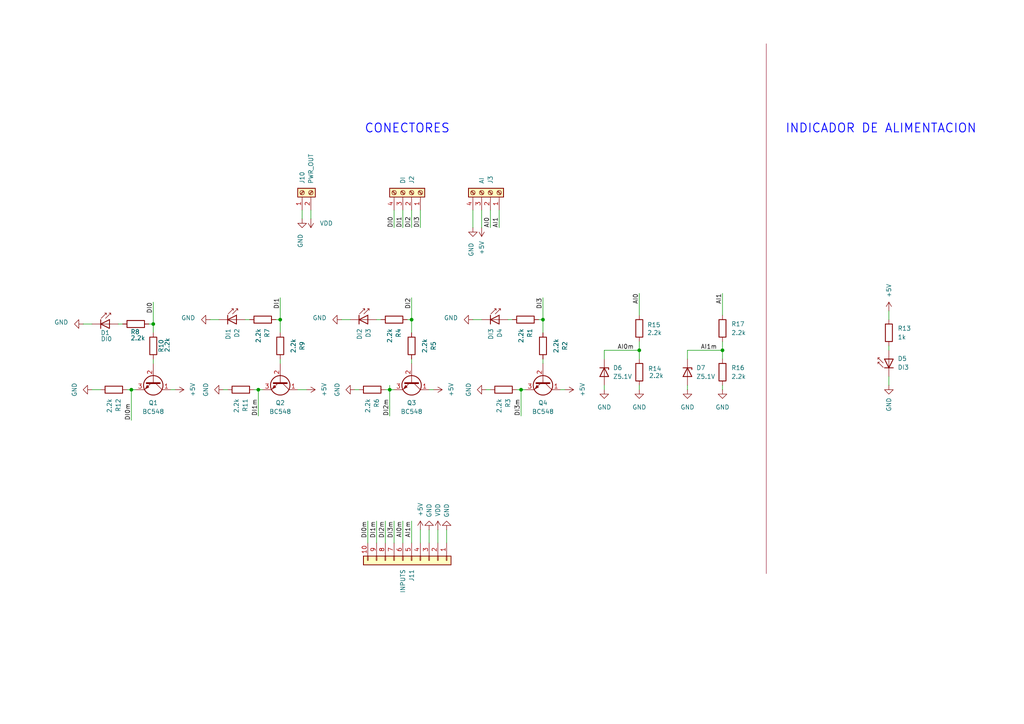
<source format=kicad_sch>
(kicad_sch (version 20250114) (generator "eeschema") (generator_version "9.0")
  (paper "A4")
  (lib_symbols
    (symbol "Connector:Screw_Terminal_01x02" (pin_names (offset 1.016) (hide yes))
      (property "Reference" "J" (at 0 2.54 0))
      (property "Value" "Screw_Terminal_01x02" (at 0 -5.08 0))
      (symbol "Screw_Terminal_01x02_1_1"
        (rectangle (start -1.27 1.27) (end 1.27 -3.81) (stroke (width 0.254)) (fill (type background)))
        (polyline (pts (xy -0.5334 0.3302) (xy 0.3302 -0.508)) (stroke (width 0.1524)))
        (polyline (pts (xy -0.5334 -2.2098) (xy 0.3302 -3.048)) (stroke (width 0.1524)))
        (polyline (pts (xy -0.3556 0.508) (xy 0.508 -0.3302)) (stroke (width 0.1524)))
        (polyline (pts (xy -0.3556 -2.032) (xy 0.508 -2.8702)) (stroke (width 0.1524)))
        (circle (center 0 0) (radius 0.635) (stroke (width 0.1524)))
        (circle (center 0 -2.54) (radius 0.635) (stroke (width 0.1524)))
        (pin passive line (at -5.08 0 0) (length 3.81) (name "Pin_1") (number "1"))
        (pin passive line (at -5.08 -2.54 0) (length 3.81) (name "Pin_2") (number "2"))
      )
    )
    (symbol "Connector:Screw_Terminal_01x04" (pin_names (offset 1.016) (hide yes))
      (property "Reference" "J" (at 0 5.08 0))
      (property "Value" "Screw_Terminal_01x04" (at 0 -7.62 0))
      (symbol "Screw_Terminal_01x04_1_1"
        (rectangle (start -1.27 3.81) (end 1.27 -6.35) (stroke (width 0.254)) (fill (type background)))
        (polyline (pts (xy -0.5334 2.8702) (xy 0.3302 2.032)) (stroke (width 0.1524)))
        (polyline (pts (xy -0.5334 0.3302) (xy 0.3302 -0.508)) (stroke (width 0.1524)))
        (polyline (pts (xy -0.5334 -2.2098) (xy 0.3302 -3.048)) (stroke (width 0.1524)))
        (polyline (pts (xy -0.5334 -4.7498) (xy 0.3302 -5.588)) (stroke (width 0.1524)))
        (polyline (pts (xy -0.3556 3.048) (xy 0.508 2.2098)) (stroke (width 0.1524)))
        (polyline (pts (xy -0.3556 0.508) (xy 0.508 -0.3302)) (stroke (width 0.1524)))
        (polyline (pts (xy -0.3556 -2.032) (xy 0.508 -2.8702)) (stroke (width 0.1524)))
        (polyline (pts (xy -0.3556 -4.572) (xy 0.508 -5.4102)) (stroke (width 0.1524)))
        (circle (center 0 2.54) (radius 0.635) (stroke (width 0.1524)))
        (circle (center 0 0) (radius 0.635) (stroke (width 0.1524)))
        (circle (center 0 -2.54) (radius 0.635) (stroke (width 0.1524)))
        (circle (center 0 -5.08) (radius 0.635) (stroke (width 0.1524)))
        (pin passive line (at -5.08 2.54 0) (length 3.81) (name "Pin_1") (number "1"))
        (pin passive line (at -5.08 0 0) (length 3.81) (name "Pin_2") (number "2"))
        (pin passive line (at -5.08 -2.54 0) (length 3.81) (name "Pin_3") (number "3"))
        (pin passive line (at -5.08 -5.08 0) (length 3.81) (name "Pin_4") (number "4"))
      )
    )
    (symbol "Connector_Generic:Conn_01x10" (pin_names (offset 1.016) (hide yes))
      (property "Reference" "J" (at 0 12.7 0))
      (property "Value" "Conn_01x10" (at 0 -15.24 0))
      (symbol "Conn_01x10_1_1"
        (rectangle (start -1.27 11.43) (end 1.27 -13.97) (stroke (width 0.254)) (fill (type background)))
        (rectangle (start -1.27 10.287) (end 0 10.033) (stroke (width 0.1524)))
        (rectangle (start -1.27 7.747) (end 0 7.493) (stroke (width 0.1524)))
        (rectangle (start -1.27 5.207) (end 0 4.953) (stroke (width 0.1524)))
        (rectangle (start -1.27 2.667) (end 0 2.413) (stroke (width 0.1524)))
        (rectangle (start -1.27 0.127) (end 0 -0.127) (stroke (width 0.1524)))
        (rectangle (start -1.27 -2.413) (end 0 -2.667) (stroke (width 0.1524)))
        (rectangle (start -1.27 -4.953) (end 0 -5.207) (stroke (width 0.1524)))
        (rectangle (start -1.27 -7.493) (end 0 -7.747) (stroke (width 0.1524)))
        (rectangle (start -1.27 -10.033) (end 0 -10.287) (stroke (width 0.1524)))
        (rectangle (start -1.27 -12.573) (end 0 -12.827) (stroke (width 0.1524)))
        (pin passive line (at -5.08 10.16 0) (length 3.81) (name "Pin_1") (number "1"))
        (pin passive line (at -5.08 7.62 0) (length 3.81) (name "Pin_2") (number "2"))
        (pin passive line (at -5.08 5.08 0) (length 3.81) (name "Pin_3") (number "3"))
        (pin passive line (at -5.08 2.54 0) (length 3.81) (name "Pin_4") (number "4"))
        (pin passive line (at -5.08 0 0) (length 3.81) (name "Pin_5") (number "5"))
        (pin passive line (at -5.08 -2.54 0) (length 3.81) (name "Pin_6") (number "6"))
        (pin passive line (at -5.08 -5.08 0) (length 3.81) (name "Pin_7") (number "7"))
        (pin passive line (at -5.08 -7.62 0) (length 3.81) (name "Pin_8") (number "8"))
        (pin passive line (at -5.08 -10.16 0) (length 3.81) (name "Pin_9") (number "9"))
        (pin passive line (at -5.08 -12.7 0) (length 3.81) (name "Pin_10") (number "10"))
      )
    )
    (symbol "Device:D_Zener" (pin_numbers (hide yes)) (pin_names (offset 1.016) (hide yes))
      (property "Reference" "D" (at 0 2.54 0))
      (property "Value" "D_Zener" (at 0 -2.54 0))
      (symbol "D_Zener_0_1"
        (polyline (pts (xy -1.27 -1.27) (xy -1.27 1.27) (xy -0.762 1.27)) (stroke (width 0.254)))
        (polyline (pts (xy 1.27 0) (xy -1.27 0)))
        (polyline (pts (xy 1.27 -1.27) (xy 1.27 1.27) (xy -1.27 0) (xy 1.27 -1.27)) (stroke (width 0.254)))
      )
      (symbol "D_Zener_1_1"
        (pin passive line (at -3.81 0 0) (length 2.54) (name "K") (number "1"))
        (pin passive line (at 3.81 0 180) (length 2.54) (name "A") (number "2"))
      )
    )
    (symbol "Device:R" (pin_numbers (hide yes)) (pin_names (offset 0))
      (property "Reference" "R" (at 2.032 0 90))
      (property "Value" "R" (at 0 0 90))
      (symbol "R_0_1"
        (rectangle (start -1.016 -2.54) (end 1.016 2.54) (stroke (width 0.254)))
      )
      (symbol "R_1_1"
        (pin passive line (at 0 3.81 270) (length 1.27) (name "~") (number "1"))
        (pin passive line (at 0 -3.81 90) (length 1.27) (name "~") (number "2"))
      )
    )
    (symbol "LED:IR204A" (pin_numbers (hide yes)) (pin_names (offset 1.016) (hide yes))
      (property "Reference" "D" (at 0.508 1.778 0))
      (property "Value" "IR204A" (at -1.016 -2.794 0))
      (symbol "IR204A_0_1"
        (polyline (pts (xy -2.54 1.27) (xy -2.54 -1.27)) (stroke (width 0.254)))
        (polyline (pts (xy -2.413 1.651) (xy -0.889 3.175) (xy -0.889 2.667) (xy -0.889 3.175) (xy -1.397 3.175)))
        (polyline (pts (xy -1.143 1.651) (xy 0.381 3.175) (xy 0.381 2.667)))
        (polyline (pts (xy 0 1.27) (xy -2.54 0) (xy 0 -1.27) (xy 0 1.27)) (stroke (width 0.254)))
        (polyline (pts (xy 0 0) (xy -2.54 0)))
        (polyline (pts (xy 0.381 3.175) (xy -0.127 3.175)))
      )
      (symbol "IR204A_1_1"
        (pin passive line (at -5.08 0 0) (length 2.54) (name "K") (number "1"))
        (pin passive line (at 2.54 0 180) (length 2.54) (name "A") (number "2"))
      )
    )
    (symbol "Transistor_BJT:BC548" (pin_names (offset 0) (hide yes))
      (property "Reference" "Q" (at 5.08 1.905 0))
      (property "Value" "BC548" (at 5.08 0 0))
      (symbol "BC548_0_1"
        (polyline (pts (xy 0 0) (xy 0.635 0)))
        (polyline (pts (xy 0.635 1.905) (xy 0.635 -1.905) (xy 0.635 -1.905)) (stroke (width 0.508)))
        (polyline (pts (xy 0.635 0.635) (xy 2.54 2.54)))
        (polyline (pts (xy 0.635 -0.635) (xy 2.54 -2.54) (xy 2.54 -2.54)))
        (circle (center 1.27 0) (radius 2.8194) (stroke (width 0.254)))
        (polyline (pts (xy 1.27 -1.778) (xy 1.778 -1.27) (xy 2.286 -2.286) (xy 1.27 -1.778) (xy 1.27 -1.778)) (fill (type outline)))
      )
      (symbol "BC548_1_1"
        (pin input line (at -5.08 0 0) (length 5.08) (name "B") (number "2"))
        (pin passive line (at 2.54 5.08 270) (length 2.54) (name "C") (number "1"))
        (pin passive line (at 2.54 -5.08 90) (length 2.54) (name "E") (number "3"))
      )
    )
    (symbol "power:+5V" (power) (pin_numbers (hide yes)) (pin_names (offset 0) (hide yes))
      (property "Value" "+5V" (at 0 3.556 0))
      (symbol "+5V_0_1"
        (polyline (pts (xy -0.762 1.27) (xy 0 2.54)))
        (polyline (pts (xy 0 2.54) (xy 0.762 1.27)))
        (polyline (pts (xy 0 0) (xy 0 2.54)))
      )
      (symbol "+5V_1_1"
        (pin power_in line (at 0 0 90) (length 0) (name "~") (number "1"))
      )
    )
    (symbol "power:GND" (power) (pin_numbers (hide yes)) (pin_names (offset 0) (hide yes))
      (property "Value" "GND" (at 0 -3.81 0))
      (symbol "GND_0_1"
        (polyline (pts (xy 0 0) (xy 0 -1.27) (xy 1.27 -1.27) (xy 0 -2.54) (xy -1.27 -1.27) (xy 0 -1.27)))
      )
      (symbol "GND_1_1"
        (pin power_in line (at 0 0 270) (length 0) (name "~") (number "1"))
      )
    )
    (symbol "power:VDD" (power) (pin_numbers (hide yes)) (pin_names (offset 0) (hide yes))
      (property "Value" "VDD" (at 0 3.556 0))
      (symbol "VDD_0_1"
        (polyline (pts (xy -0.762 1.27) (xy 0 2.54)))
        (polyline (pts (xy 0 2.54) (xy 0.762 1.27)))
        (polyline (pts (xy 0 0) (xy 0 2.54)))
      )
      (symbol "VDD_1_1"
        (pin power_in line (at 0 0 90) (length 0) (name "~") (number "1"))
      )
    )
  )
  (text "INDICADOR DE ALIMENTACION" (at 255.524 37.338 0) (effects (font (size 2.54 2.54) (thickness 0.254) (bold yes))))
  (text "CONECTORES" (at 118.11 37.338 0) (effects (font (size 2.54 2.54) (thickness 0.254) (bold yes))))
  (junction (at 157.48 92.71))
  (junction (at 119.38 92.71))
  (junction (at 74.93 113.03))
  (junction (at 113.03 113.03))
  (junction (at 151.13 113.03))
  (junction (at 81.28 92.71))
  (junction (at 185.42 101.6))
  (junction (at 38.1 113.03))
  (junction (at 44.45 93.98))
  (junction (at 209.55 101.6))
  (wire (pts (xy 119.38 92.71) (xy 118.11 92.71)))
  (wire (pts (xy 137.16 66.04) (xy 137.16 60.96)))
  (wire (pts (xy 199.39 113.03) (xy 199.39 111.76)))
  (wire (pts (xy 209.55 101.6) (xy 209.55 104.14)))
  (wire (pts (xy 113.03 111.76) (xy 113.03 113.03)))
  (wire (pts (xy 157.48 96.52) (xy 157.48 92.71)))
  (wire (pts (xy 157.48 92.71) (xy 156.21 92.71)))
  (wire (pts (xy 74.93 113.03) (xy 74.93 120.65)))
  (wire (pts (xy 76.2 113.03) (xy 74.93 113.03)))
  (wire (pts (xy 81.28 96.52) (xy 81.28 92.71)))
  (wire (pts (xy 81.28 92.71) (xy 80.01 92.71)))
  (wire (pts (xy 142.24 60.96) (xy 142.24 66.04)))
  (wire (pts (xy 185.42 104.14) (xy 185.42 101.6)))
  (wire (pts (xy 125.73 113.03) (xy 124.46 113.03)))
  (wire (pts (xy 119.38 104.14) (xy 119.38 105.41)))
  (wire (pts (xy 109.22 157.48) (xy 109.22 151.13)))
  (wire (pts (xy 119.38 96.52) (xy 119.38 92.71)))
  (wire (pts (xy 81.28 86.36) (xy 81.28 92.71)))
  (wire (pts (xy 114.3 113.03) (xy 113.03 113.03)))
  (wire (pts (xy 199.39 101.6) (xy 209.55 101.6)))
  (wire (pts (xy 124.46 157.48) (xy 124.46 153.67)))
  (wire (pts (xy 24.13 93.98) (xy 26.67 93.98)))
  (wire (pts (xy 36.83 113.03) (xy 38.1 113.03)))
  (wire (pts (xy 121.92 60.96) (xy 121.92 66.04)))
  (wire (pts (xy 113.03 113.03) (xy 113.03 120.65)))
  (wire (pts (xy 38.1 113.03) (xy 39.37 113.03)))
  (wire (pts (xy 29.21 113.03) (xy 26.67 113.03)))
  (wire (pts (xy 209.55 99.06) (xy 209.55 101.6)))
  (wire (pts (xy 44.45 105.41) (xy 44.45 104.14)))
  (wire (pts (xy 106.68 157.48) (xy 106.68 151.13)))
  (wire (pts (xy 44.45 93.98) (xy 44.45 96.52)))
  (wire (pts (xy 99.06 92.71) (xy 101.6 92.71)))
  (wire (pts (xy 139.7 66.04) (xy 139.7 60.96)))
  (wire (pts (xy 175.26 101.6) (xy 185.42 101.6)))
  (wire (pts (xy 114.3 157.48) (xy 114.3 151.13)))
  (wire (pts (xy 185.42 85.09) (xy 185.42 91.44)))
  (wire (pts (xy 127 157.48) (xy 127 153.67)))
  (wire (pts (xy 175.26 104.14) (xy 175.26 101.6)))
  (wire (pts (xy 162.56 113.03) (xy 163.83 113.03)))
  (wire (pts (xy 44.45 87.63) (xy 44.45 93.98)))
  (wire (pts (xy 74.93 113.03) (xy 73.66 113.03)))
  (wire (pts (xy 142.24 113.03) (xy 140.97 113.03)))
  (wire (pts (xy 199.39 104.14) (xy 199.39 101.6)))
  (wire (pts (xy 35.56 93.98) (xy 34.29 93.98)))
  (wire (pts (xy 90.17 60.96) (xy 90.17 63.5)))
  (wire (pts (xy 257.81 100.33) (xy 257.81 101.6)))
  (wire (pts (xy 185.42 99.06) (xy 185.42 101.6)))
  (wire (pts (xy 121.92 157.48) (xy 121.92 153.67)))
  (wire (pts (xy 60.96 92.71) (xy 63.5 92.71)))
  (wire (pts (xy 111.76 157.48) (xy 111.76 151.13)))
  (wire (pts (xy 81.28 105.41) (xy 81.28 104.14)))
  (wire (pts (xy 104.14 113.03) (xy 102.87 113.03)))
  (wire (pts (xy 72.39 92.71) (xy 71.12 92.71)))
  (wire (pts (xy 50.8 113.03) (xy 49.53 113.03)))
  (wire (pts (xy 157.48 104.14) (xy 157.48 105.41)))
  (wire (pts (xy 116.84 60.96) (xy 116.84 66.04)))
  (wire (pts (xy 44.45 93.98) (xy 43.18 93.98)))
  (wire (pts (xy 137.16 92.71) (xy 139.7 92.71)))
  (wire (pts (xy 151.13 113.03) (xy 151.13 120.65)))
  (wire (pts (xy 114.3 60.96) (xy 114.3 66.04)))
  (wire (pts (xy 38.1 113.03) (xy 38.1 121.92)))
  (wire (pts (xy 119.38 157.48) (xy 119.38 151.13)))
  (wire (pts (xy 257.81 111.76) (xy 257.81 109.22)))
  (wire (pts (xy 119.38 86.36) (xy 119.38 92.71)))
  (wire (pts (xy 209.55 85.09) (xy 209.55 91.44)))
  (wire (pts (xy 116.84 157.48) (xy 116.84 151.13)))
  (wire (pts (xy 149.86 113.03) (xy 151.13 113.03)))
  (wire (pts (xy 113.03 113.03) (xy 111.76 113.03)))
  (wire (pts (xy 66.04 113.03) (xy 64.77 113.03)))
  (wire (pts (xy 110.49 92.71) (xy 109.22 92.71)))
  (wire (pts (xy 152.4 113.03) (xy 151.13 113.03)))
  (wire (pts (xy 129.54 157.48) (xy 129.54 153.67)))
  (wire (pts (xy 257.81 90.17) (xy 257.81 92.71)))
  (wire (pts (xy 209.55 113.03) (xy 209.55 111.76)))
  (wire (pts (xy 119.38 60.96) (xy 119.38 66.04)))
  (wire (pts (xy 185.42 113.03) (xy 185.42 111.76)))
  (wire (pts (xy 87.63 60.96) (xy 87.63 63.5)))
  (wire (pts (xy 86.36 113.03) (xy 88.9 113.03)))
  (wire (pts (xy 148.59 92.71) (xy 147.32 92.71)))
  (polyline (pts (xy 222.25 12.7) (xy 222.25 166.37)) (stroke (width 0) (color 163 50 72 1)))
  (wire (pts (xy 175.26 113.03) (xy 175.26 111.76)))
  (wire (pts (xy 144.78 60.96) (xy 144.78 66.04)))
  (wire (pts (xy 157.48 86.36) (xy 157.48 92.71)))
  (label "AI0" (at 185.42 85.09 270))
  (label "AI0" (at 142.24 66.04 90))
  (label "DI2m" (at 111.76 151.13 270))
  (label "AI1" (at 144.78 66.04 90))
  (label "AI1m" (at 203.2 101.6 0))
  (label "DI3" (at 157.48 86.36 270))
  (label "AI0m" (at 179.07 101.6 0))
  (label "DI3" (at 121.92 66.04 90))
  (label "DI1" (at 116.84 66.04 90))
  (label "DI3m" (at 114.3 151.13 270))
  (label "DI0" (at 44.45 87.63 270))
  (label "DI2" (at 119.38 66.04 90))
  (label "DI2m" (at 113.03 120.65 90))
  (label "DI1" (at 81.28 86.36 270))
  (label "AI1m" (at 119.38 151.13 270))
  (label "DI0" (at 114.3 66.04 90))
  (label "DI2" (at 119.38 86.36 270))
  (label "DI0m" (at 106.68 151.13 270))
  (label "AI0m" (at 116.84 151.13 270))
  (label "DI3m" (at 151.13 120.65 90))
  (label "DI1m" (at 109.22 151.13 270))
  (label "DI0m" (at 38.1 121.92 90))
  (label "DI1m" (at 74.93 120.65 90))
  (label "AI1" (at 209.55 85.09 270))
  (symbol (lib_id "Device:R") (at 209.55 95.25 0) (unit 1)
    (property "Reference" "R17" (at 212.09 93.9799 0) (effects (justify left)))
    (property "Value" "2.2k" (at 212.09 96.5199 0) (effects (justify left)))
    (property "Footprint" "Resistor_THT:R_Axial_DIN0207_L6.3mm_D2.5mm_P7.62mm_Horizontal" (effects (hide yes)))
    (property "Description" "Resistor" (effects (hide yes)))
  )
  (symbol (lib_id "power:GND") (at 99.06 92.71 270) (unit 1)
    (property "Reference" "#PWR014" (effects (hide yes)))
    (property "Value" "GND" (at 94.742 92.202 90) (effects (justify right)))
    (property "Description" "Power symbol creates a global label with name \"GND\" , ground" (effects (hide yes)))
  )
  (symbol (lib_id "Transistor_BJT:BC548") (at 157.48 110.49 270) (unit 1)
    (property "Reference" "Q4" (at 157.48 116.84 90))
    (property "Value" "BC548" (at 157.48 119.38 90))
    (property "Footprint" "Package_TO_SOT_THT:TO-92L_Inline_Wide" (effects (hide yes)))
    (property "Datasheet" "https://www.onsemi.com/pub/Collateral/BC550-D.pdf" (effects (hide yes)))
    (property "Description" "0.1A Ic, 30V Vce, Small Signal NPN Transistor, TO-92" (effects (hide yes)))
  )
  (symbol (lib_id "Device:R") (at 209.55 107.95 0) (unit 1)
    (property "Reference" "R16" (at 212.09 106.6799 0) (effects (justify left)))
    (property "Value" "2.2k" (at 212.09 109.2199 0) (effects (justify left)))
    (property "Footprint" "Resistor_THT:R_Axial_DIN0207_L6.3mm_D2.5mm_P7.62mm_Horizontal" (effects (hide yes)))
    (property "Description" "Resistor" (effects (hide yes)))
  )
  (symbol (lib_id "LED:IR204A") (at 106.68 92.71 0) (unit 1)
    (property "Reference" "D3" (at 106.8071 95.25 90) (effects (justify right)))
    (property "Value" "DI2" (at 104.2671 95.25 90) (effects (justify right)))
    (property "Footprint" "LED_THT:LED_D3.0mm_IRBlack" (effects (hide yes)))
    (property "Datasheet" "http://www.everlight.com/file/ProductFile/IR204-A.pdf" (effects (hide yes)))
    (property "Description" "Infrared LED , 3mm LED package" (effects (hide yes)))
  )
  (symbol (lib_id "Device:R") (at 119.38 100.33 0) (unit 1)
    (property "Reference" "R5" (at 125.73 100.33 90))
    (property "Value" "2.2k" (at 123.19 100.33 90))
    (property "Footprint" "Resistor_THT:R_Axial_DIN0207_L6.3mm_D2.5mm_P7.62mm_Horizontal" (effects (hide yes)))
    (property "Description" "Resistor" (effects (hide yes)))
  )
  (symbol (lib_id "Device:R") (at 76.2 92.71 270) (unit 1)
    (property "Reference" "R7" (at 77.4701 95.25 0) (effects (justify left)))
    (property "Value" "2.2k" (at 74.9301 95.25 0) (effects (justify left)))
    (property "Footprint" "Resistor_THT:R_Axial_DIN0207_L6.3mm_D2.5mm_P7.62mm_Horizontal" (effects (hide yes)))
    (property "Description" "Resistor" (effects (hide yes)))
  )
  (symbol (lib_id "Device:R") (at 39.37 93.98 270) (unit 1)
    (property "Reference" "R8" (at 37.846 96.266 90) (effects (justify left)))
    (property "Value" "2.2k" (at 37.846 98.044 90) (effects (justify left)))
    (property "Footprint" "Resistor_THT:R_Axial_DIN0207_L6.3mm_D2.5mm_P7.62mm_Horizontal" (effects (hide yes)))
    (property "Description" "Resistor" (effects (hide yes)))
  )
  (symbol (lib_id "power:VDD") (at 90.17 63.5 180) (unit 1)
    (property "Reference" "#PWR022" (effects (hide yes)))
    (property "Value" "VDD" (at 92.71 64.7699 0) (effects (justify right)))
    (property "Description" "Power symbol creates a global label with name \"VDD\"" (effects (hide yes)))
  )
  (symbol (lib_id "power:GND") (at 64.77 113.03 270) (unit 1)
    (property "Reference" "#PWR06" (effects (hide yes)))
    (property "Value" "GND" (at 59.69 113.03 0))
    (property "Description" "Power symbol creates a global label with name \"GND\" , ground" (effects (hide yes)))
  )
  (symbol (lib_id "Device:D_Zener") (at 199.39 107.95 270) (unit 1)
    (property "Reference" "D7" (at 201.93 106.6799 90) (effects (justify left)))
    (property "Value" "Z5.1V" (at 201.93 109.2199 90) (effects (justify left)))
    (property "Footprint" "Diode_THT:D_DO-35_SOD27_P7.62mm_Horizontal" (effects (hide yes)))
    (property "Description" "Zener diode" (effects (hide yes)))
  )
  (symbol (lib_id "Connector:Screw_Terminal_01x02") (at 87.63 55.88 90) (unit 1)
    (property "Reference" "J10" (at 87.6299 53.34 0) (effects (justify left)))
    (property "Value" "PWR_OUT" (at 90.1699 53.34 0) (effects (justify left)))
    (property "Footprint" "Borneras:TerminalBlock_Altech_AK300-2_P5.00mm" (effects (hide yes)))
    (property "Description" "Generic screw terminal, single row, 01x02, script generated (kicad-library-utils/schlib/autogen/connector/)" (effects (hide yes)))
  )
  (symbol (lib_id "Connector:Screw_Terminal_01x04") (at 142.24 55.88 270) (mirror x) (unit 1)
    (property "Reference" "J3" (at 142.2401 53.34 0) (effects (justify left)))
    (property "Value" "AI" (at 139.7001 53.34 0) (effects (justify left)))
    (property "Footprint" "Borneras:TerminalBlock_Altech_AK300-4_P5.00mm" (effects (hide yes)))
    (property "Description" "Generic screw terminal, single row, 01x04, script generated (kicad-library-utils/schlib/autogen/connector/)" (effects (hide yes)))
  )
  (symbol (lib_id "Device:R") (at 185.42 95.25 0) (unit 1)
    (property "Reference" "R15" (at 187.706 94.234 0) (effects (justify left)))
    (property "Value" "2.2k" (at 187.706 96.52 0) (effects (justify left)))
    (property "Footprint" "Resistor_THT:R_Axial_DIN0207_L6.3mm_D2.5mm_P7.62mm_Horizontal" (effects (hide yes)))
    (property "Description" "Resistor" (effects (hide yes)))
  )
  (symbol (lib_id "Device:R") (at 81.28 100.33 0) (unit 1)
    (property "Reference" "R9" (at 87.63 100.33 90))
    (property "Value" "2.2k" (at 85.09 100.33 90))
    (property "Footprint" "Resistor_THT:R_Axial_DIN0207_L6.3mm_D2.5mm_P7.62mm_Horizontal" (effects (hide yes)))
    (property "Description" "Resistor" (effects (hide yes)))
  )
  (symbol (lib_id "power:+5V") (at 121.92 153.67 0) (mirror y) (unit 1)
    (property "Reference" "#PWR025" (effects (hide yes)))
    (property "Value" "+5V" (at 121.9201 149.86 90) (effects (justify left)))
    (property "Description" "Power symbol creates a global label with name \"+5V\"" (effects (hide yes)))
  )
  (symbol (lib_id "power:+5V") (at 139.7 66.04 180) (unit 1)
    (property "Reference" "#PWR016" (effects (hide yes)))
    (property "Value" "+5V" (at 139.7001 69.85 90) (effects (justify left)))
    (property "Description" "Power symbol creates a global label with name \"+5V\"" (effects (hide yes)))
  )
  (symbol (lib_id "Device:R") (at 44.45 100.33 0) (unit 1)
    (property "Reference" "R10" (at 46.736 100.33 90))
    (property "Value" "2.2k" (at 48.514 100.076 90))
    (property "Footprint" "Resistor_THT:R_Axial_DIN0207_L6.3mm_D2.5mm_P7.62mm_Horizontal" (effects (hide yes)))
    (property "Description" "Resistor" (effects (hide yes)))
  )
  (symbol (lib_id "power:GND") (at 199.39 113.03 0) (unit 1)
    (property "Reference" "#PWR026" (effects (hide yes)))
    (property "Value" "GND" (at 199.39 118.11 0))
    (property "Description" "Power symbol creates a global label with name \"GND\" , ground" (effects (hide yes)))
  )
  (symbol (lib_id "Device:R") (at 152.4 92.71 270) (unit 1)
    (property "Reference" "R1" (at 153.6701 95.25 0) (effects (justify left)))
    (property "Value" "2.2k" (at 151.1301 95.25 0) (effects (justify left)))
    (property "Footprint" "Resistor_THT:R_Axial_DIN0207_L6.3mm_D2.5mm_P7.62mm_Horizontal" (effects (hide yes)))
    (property "Description" "Resistor" (effects (hide yes)))
  )
  (symbol (lib_id "power:+5V") (at 257.81 90.17 0) (mirror y) (unit 1)
    (property "Reference" "#PWR09" (effects (hide yes)))
    (property "Value" "+5V" (at 257.8099 86.36 90) (effects (justify left)))
    (property "Description" "Power symbol creates a global label with name \"+5V\"" (effects (hide yes)))
  )
  (symbol (lib_id "Transistor_BJT:BC548") (at 81.28 110.49 270) (unit 1)
    (property "Reference" "Q2" (at 81.28 116.84 90))
    (property "Value" "BC548" (at 81.28 119.38 90))
    (property "Footprint" "Package_TO_SOT_THT:TO-92L_Inline_Wide" (effects (hide yes)))
    (property "Datasheet" "https://www.onsemi.com/pub/Collateral/BC550-D.pdf" (effects (hide yes)))
    (property "Description" "0.1A Ic, 30V Vce, Small Signal NPN Transistor, TO-92" (effects (hide yes)))
  )
  (symbol (lib_id "power:GND") (at 140.97 113.03 270) (unit 1)
    (property "Reference" "#PWR01" (effects (hide yes)))
    (property "Value" "GND" (at 135.89 113.03 0))
    (property "Description" "Power symbol creates a global label with name \"GND\" , ground" (effects (hide yes)))
  )
  (symbol (lib_id "LED:IR204A") (at 68.58 92.71 0) (unit 1)
    (property "Reference" "D2" (at 68.7071 95.25 90) (effects (justify right)))
    (property "Value" "DI1" (at 66.1671 95.25 90) (effects (justify right)))
    (property "Footprint" "LED_THT:LED_D3.0mm_IRBlack" (effects (hide yes)))
    (property "Datasheet" "http://www.everlight.com/file/ProductFile/IR204-A.pdf" (effects (hide yes)))
    (property "Description" "Infrared LED , 3mm LED package" (effects (hide yes)))
  )
  (symbol (lib_id "Device:R") (at 107.95 113.03 90) (unit 1)
    (property "Reference" "R6" (at 109.2201 115.57 0) (effects (justify right)))
    (property "Value" "2.2k" (at 106.6801 115.57 0) (effects (justify right)))
    (property "Footprint" "Resistor_THT:R_Axial_DIN0207_L6.3mm_D2.5mm_P7.62mm_Horizontal" (effects (hide yes)))
    (property "Description" "Resistor" (effects (hide yes)))
  )
  (symbol (lib_id "power:+5V") (at 50.8 113.03 270) (unit 1)
    (property "Reference" "#PWR07" (effects (hide yes)))
    (property "Value" "+5V" (at 55.88 113.03 0))
    (property "Description" "Power symbol creates a global label with name \"+5V\"" (effects (hide yes)))
  )
  (symbol (lib_id "Connector:Screw_Terminal_01x04") (at 119.38 55.88 270) (mirror x) (unit 1)
    (property "Reference" "J2" (at 119.3801 53.34 0) (effects (justify left)))
    (property "Value" "DI" (at 116.8401 53.34 0) (effects (justify left)))
    (property "Footprint" "Borneras:TerminalBlock_Altech_AK300-4_P5.00mm" (effects (hide yes)))
    (property "Description" "Generic screw terminal, single row, 01x04, script generated (kicad-library-utils/schlib/autogen/connector/)" (effects (hide yes)))
  )
  (symbol (lib_id "power:GND") (at 257.81 111.76 0) (mirror y) (unit 1)
    (property "Reference" "#PWR010" (effects (hide yes)))
    (property "Value" "GND" (at 257.81 117.348 90))
    (property "Description" "Power symbol creates a global label with name \"GND\" , ground" (effects (hide yes)))
  )
  (symbol (lib_id "Device:D_Zener") (at 175.26 107.95 270) (unit 1)
    (property "Reference" "D6" (at 177.8 106.6799 90) (effects (justify left)))
    (property "Value" "Z5.1V" (at 177.8 109.2199 90) (effects (justify left)))
    (property "Footprint" "Diode_THT:D_DO-35_SOD27_P7.62mm_Horizontal" (effects (hide yes)))
    (property "Description" "Zener diode" (effects (hide yes)))
  )
  (symbol (lib_id "power:GND") (at 60.96 92.71 270) (unit 1)
    (property "Reference" "#PWR013" (effects (hide yes)))
    (property "Value" "GND" (at 56.642 92.202 90) (effects (justify right)))
    (property "Description" "Power symbol creates a global label with name \"GND\" , ground" (effects (hide yes)))
  )
  (symbol (lib_id "power:GND") (at 129.54 153.67 0) (mirror x) (unit 1)
    (property "Reference" "#PWR018" (effects (hide yes)))
    (property "Value" "GND" (at 129.54 148.082 90))
    (property "Description" "Power symbol creates a global label with name \"GND\" , ground" (effects (hide yes)))
  )
  (symbol (lib_id "power:GND") (at 24.13 93.98 270) (unit 1)
    (property "Reference" "#PWR012" (effects (hide yes)))
    (property "Value" "GND" (at 19.812 93.472 90) (effects (justify right)))
    (property "Description" "Power symbol creates a global label with name \"GND\" , ground" (effects (hide yes)))
  )
  (symbol (lib_id "power:GND") (at 209.55 113.03 0) (unit 1)
    (property "Reference" "#PWR020" (effects (hide yes)))
    (property "Value" "GND" (at 209.55 118.11 0))
    (property "Description" "Power symbol creates a global label with name \"GND\" , ground" (effects (hide yes)))
  )
  (symbol (lib_id "Device:R") (at 185.42 107.95 0) (unit 1)
    (property "Reference" "R14" (at 187.96 106.934 0) (effects (justify left)))
    (property "Value" "2.2k" (at 188.214 108.966 0) (effects (justify left)))
    (property "Footprint" "Resistor_THT:R_Axial_DIN0207_L6.3mm_D2.5mm_P7.62mm_Horizontal" (effects (hide yes)))
    (property "Description" "Resistor" (effects (hide yes)))
  )
  (symbol (lib_id "power:GND") (at 102.87 113.03 270) (unit 1)
    (property "Reference" "#PWR04" (effects (hide yes)))
    (property "Value" "GND" (at 97.79 113.03 0))
    (property "Description" "Power symbol creates a global label with name \"GND\" , ground" (effects (hide yes)))
  )
  (symbol (lib_id "LED:IR204A") (at 257.81 104.14 90) (unit 1)
    (property "Reference" "D5" (at 260.35 104.0129 90) (effects (justify right)))
    (property "Value" "DI3" (at 260.35 106.5529 90) (effects (justify right)))
    (property "Footprint" "LED_THT:LED_D3.0mm_IRBlack" (effects (hide yes)))
    (property "Datasheet" "http://www.everlight.com/file/ProductFile/IR204-A.pdf" (effects (hide yes)))
    (property "Description" "Infrared LED , 3mm LED package" (effects (hide yes)))
  )
  (symbol (lib_id "Device:R") (at 69.85 113.03 90) (unit 1)
    (property "Reference" "R11" (at 71.1201 115.57 0) (effects (justify right)))
    (property "Value" "2.2k" (at 68.5801 115.57 0) (effects (justify right)))
    (property "Footprint" "Resistor_THT:R_Axial_DIN0207_L6.3mm_D2.5mm_P7.62mm_Horizontal" (effects (hide yes)))
    (property "Description" "Resistor" (effects (hide yes)))
  )
  (symbol (lib_id "power:+5V") (at 125.73 113.03 270) (unit 1)
    (property "Reference" "#PWR03" (effects (hide yes)))
    (property "Value" "+5V" (at 130.81 113.03 0))
    (property "Description" "Power symbol creates a global label with name \"+5V\"" (effects (hide yes)))
  )
  (symbol (lib_id "power:+5V") (at 163.83 113.03 270) (unit 1)
    (property "Reference" "#PWR02" (effects (hide yes)))
    (property "Value" "+5V" (at 168.91 113.03 0))
    (property "Description" "Power symbol creates a global label with name \"+5V\"" (effects (hide yes)))
  )
  (symbol (lib_id "Device:R") (at 33.02 113.03 90) (unit 1)
    (property "Reference" "R12" (at 34.2901 115.57 0) (effects (justify right)))
    (property "Value" "2.2k" (at 31.7501 115.57 0) (effects (justify right)))
    (property "Footprint" "Resistor_THT:R_Axial_DIN0207_L6.3mm_D2.5mm_P7.62mm_Horizontal" (effects (hide yes)))
    (property "Description" "Resistor" (effects (hide yes)))
  )
  (symbol (lib_id "LED:IR204A") (at 144.78 92.71 0) (unit 1)
    (property "Reference" "D4" (at 144.9071 95.25 90) (effects (justify right)))
    (property "Value" "DI3" (at 142.3671 95.25 90) (effects (justify right)))
    (property "Footprint" "LED_THT:LED_D3.0mm_IRBlack" (effects (hide yes)))
    (property "Datasheet" "http://www.everlight.com/file/ProductFile/IR204-A.pdf" (effects (hide yes)))
    (property "Description" "Infrared LED , 3mm LED package" (effects (hide yes)))
  )
  (symbol (lib_id "power:+5V") (at 88.9 113.03 270) (unit 1)
    (property "Reference" "#PWR05" (effects (hide yes)))
    (property "Value" "+5V" (at 93.98 113.03 0))
    (property "Description" "Power symbol creates a global label with name \"+5V\"" (effects (hide yes)))
  )
  (symbol (lib_id "Device:R") (at 257.81 96.52 0) (unit 1)
    (property "Reference" "R13" (at 260.35 95.2499 0) (effects (justify left)))
    (property "Value" "1k" (at 260.35 97.7899 0) (effects (justify left)))
    (property "Footprint" "Resistor_THT:R_Axial_DIN0207_L6.3mm_D2.5mm_P7.62mm_Horizontal" (effects (hide yes)))
    (property "Description" "Resistor" (effects (hide yes)))
  )
  (symbol (lib_id "power:GND") (at 87.63 63.5 0) (unit 1)
    (property "Reference" "#PWR019" (effects (hide yes)))
    (property "Value" "GND" (at 87.122 67.818 90) (effects (justify right)))
    (property "Description" "Power symbol creates a global label with name \"GND\" , ground" (effects (hide yes)))
  )
  (symbol (lib_id "power:GND") (at 137.16 92.71 270) (unit 1)
    (property "Reference" "#PWR015" (effects (hide yes)))
    (property "Value" "GND" (at 132.842 92.202 90) (effects (justify right)))
    (property "Description" "Power symbol creates a global label with name \"GND\" , ground" (effects (hide yes)))
  )
  (symbol (lib_id "Device:R") (at 157.48 100.33 0) (unit 1)
    (property "Reference" "R2" (at 163.83 100.33 90))
    (property "Value" "2.2k" (at 161.29 100.33 90))
    (property "Footprint" "Resistor_THT:R_Axial_DIN0207_L6.3mm_D2.5mm_P7.62mm_Horizontal" (effects (hide yes)))
    (property "Description" "Resistor" (effects (hide yes)))
  )
  (symbol (lib_id "power:GND") (at 137.16 66.04 0) (unit 1)
    (property "Reference" "#PWR017" (effects (hide yes)))
    (property "Value" "GND" (at 136.652 70.358 90) (effects (justify right)))
    (property "Description" "Power symbol creates a global label with name \"GND\" , ground" (effects (hide yes)))
  )
  (symbol (lib_id "power:GND") (at 175.26 113.03 0) (unit 1)
    (property "Reference" "#PWR021" (effects (hide yes)))
    (property "Value" "GND" (at 175.26 118.11 0))
    (property "Description" "Power symbol creates a global label with name \"GND\" , ground" (effects (hide yes)))
  )
  (symbol (lib_id "Connector_Generic:Conn_01x10") (at 119.38 162.56 270) (unit 1)
    (property "Reference" "J11" (at 119.3801 165.1 0) (effects (justify left)))
    (property "Value" "INPUTS" (at 116.8401 165.1 0) (effects (justify left)))
    (property "Footprint" "Connector_PinHeader_2.54mm:PinHeader_1x10_P2.54mm_Vertical" (effects (hide yes)))
    (property "Description" "Generic connector, single row, 01x10, script generated (kicad-library-utils/schlib/autogen/connector/)" (effects (hide yes)))
  )
  (symbol (lib_id "Transistor_BJT:BC548") (at 44.45 110.49 270) (unit 1)
    (property "Reference" "Q1" (at 44.45 116.84 90))
    (property "Value" "BC548" (at 44.45 119.38 90))
    (property "Footprint" "Package_TO_SOT_THT:TO-92L_Inline_Wide" (effects (hide yes)))
    (property "Datasheet" "https://www.onsemi.com/pub/Collateral/BC550-D.pdf" (effects (hide yes)))
    (property "Description" "0.1A Ic, 30V Vce, Small Signal NPN Transistor, TO-92" (effects (hide yes)))
  )
  (symbol (lib_id "Device:R") (at 114.3 92.71 270) (unit 1)
    (property "Reference" "R4" (at 115.5701 95.25 0) (effects (justify left)))
    (property "Value" "2.2k" (at 113.0301 95.25 0) (effects (justify left)))
    (property "Footprint" "Resistor_THT:R_Axial_DIN0207_L6.3mm_D2.5mm_P7.62mm_Horizontal" (effects (hide yes)))
    (property "Description" "Resistor" (effects (hide yes)))
  )
  (symbol (lib_id "LED:IR204A") (at 31.75 93.98 0) (unit 1)
    (property "Reference" "D1" (at 31.8771 96.52 0) (effects (justify right)))
    (property "Value" "DI0" (at 32.512 98.298 0) (effects (justify right)))
    (property "Footprint" "LED_THT:LED_D3.0mm_IRBlack" (effects (hide yes)))
    (property "Datasheet" "http://www.everlight.com/file/ProductFile/IR204-A.pdf" (effects (hide yes)))
    (property "Description" "Infrared LED , 3mm LED package" (effects (hide yes)))
  )
  (symbol (lib_id "power:VDD") (at 127 153.67 0) (mirror y) (unit 1)
    (property "Reference" "#PWR023" (effects (hide yes)))
    (property "Value" "VDD" (at 127.0001 149.86 90) (effects (justify left)))
    (property "Description" "Power symbol creates a global label with name \"VDD\"" (effects (hide yes)))
  )
  (symbol (lib_id "power:GND") (at 185.42 113.03 0) (unit 1)
    (property "Reference" "#PWR011" (effects (hide yes)))
    (property "Value" "GND" (at 185.42 118.11 0))
    (property "Description" "Power symbol creates a global label with name \"GND\" , ground" (effects (hide yes)))
  )
  (symbol (lib_id "power:GND") (at 26.67 113.03 270) (unit 1)
    (property "Reference" "#PWR08" (effects (hide yes)))
    (property "Value" "GND" (at 21.59 113.03 0))
    (property "Description" "Power symbol creates a global label with name \"GND\" , ground" (effects (hide yes)))
  )
  (symbol (lib_id "Device:R") (at 146.05 113.03 90) (unit 1)
    (property "Reference" "R3" (at 147.3201 115.57 0) (effects (justify right)))
    (property "Value" "2.2k" (at 144.7801 115.57 0) (effects (justify right)))
    (property "Footprint" "Resistor_THT:R_Axial_DIN0207_L6.3mm_D2.5mm_P7.62mm_Horizontal" (effects (hide yes)))
    (property "Description" "Resistor" (effects (hide yes)))
  )
  (symbol (lib_id "power:GND") (at 124.46 153.67 0) (mirror x) (unit 1)
    (property "Reference" "#PWR024" (effects (hide yes)))
    (property "Value" "GND" (at 124.46 148.082 90))
    (property "Description" "Power symbol creates a global label with name \"GND\" , ground" (effects (hide yes)))
  )
  (symbol (lib_id "Transistor_BJT:BC548") (at 119.38 110.49 270) (unit 1)
    (property "Reference" "Q3" (at 119.38 116.84 90))
    (property "Value" "BC548" (at 119.38 119.38 90))
    (property "Footprint" "Package_TO_SOT_THT:TO-92L_Inline_Wide" (effects (hide yes)))
    (property "Datasheet" "https://www.onsemi.com/pub/Collateral/BC550-D.pdf" (effects (hide yes)))
    (property "Description" "0.1A Ic, 30V Vce, Small Signal NPN Transistor, TO-92" (effects (hide yes)))
  )
)
</source>
